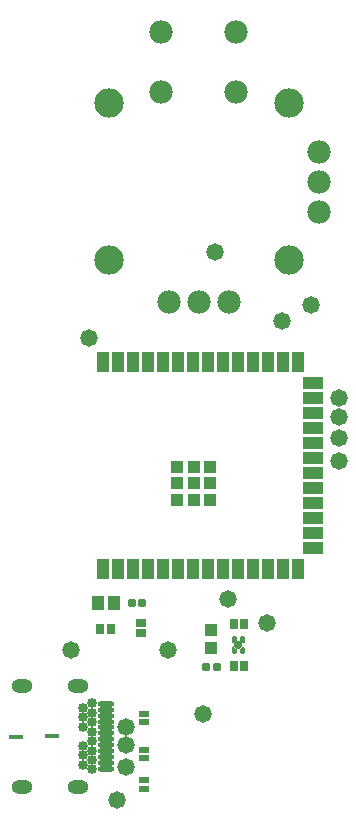
<source format=gts>
G04*
G04 #@! TF.GenerationSoftware,Altium Limited,Altium Designer,23.9.2 (47)*
G04*
G04 Layer_Color=8388736*
%FSLAX44Y44*%
%MOMM*%
G71*
G04*
G04 #@! TF.SameCoordinates,5FA424B9-A6D8-4F7E-AE3D-71B40F287457*
G04*
G04*
G04 #@! TF.FilePolarity,Negative*
G04*
G01*
G75*
%ADD20C,0.2000*%
%ADD28R,0.9032X0.6032*%
%ADD29O,1.4032X0.5032*%
%ADD30O,1.2032X0.4032*%
%ADD31R,1.1032X1.7032*%
G04:AMPARAMS|DCode=32|XSize=0.6832mm|YSize=0.6832mm|CornerRadius=0.1616mm|HoleSize=0mm|Usage=FLASHONLY|Rotation=135.000|XOffset=0mm|YOffset=0mm|HoleType=Round|Shape=RoundedRectangle|*
%AMROUNDEDRECTD32*
21,1,0.6832,0.3600,0,0,135.0*
21,1,0.3600,0.6832,0,0,135.0*
1,1,0.3232,0.0000,0.2546*
1,1,0.3232,0.2546,0.0000*
1,1,0.3232,0.0000,-0.2546*
1,1,0.3232,-0.2546,0.0000*
%
%ADD32ROUNDEDRECTD32*%
G04:AMPARAMS|DCode=33|XSize=0.7532mm|YSize=0.7032mm|CornerRadius=0.1641mm|HoleSize=0mm|Usage=FLASHONLY|Rotation=90.000|XOffset=0mm|YOffset=0mm|HoleType=Round|Shape=RoundedRectangle|*
%AMROUNDEDRECTD33*
21,1,0.7532,0.3750,0,0,90.0*
21,1,0.4250,0.7032,0,0,90.0*
1,1,0.3282,0.1875,0.2125*
1,1,0.3282,0.1875,-0.2125*
1,1,0.3282,-0.1875,-0.2125*
1,1,0.3282,-0.1875,0.2125*
%
%ADD33ROUNDEDRECTD33*%
%ADD34R,0.8032X0.8432*%
%ADD35R,1.0032X1.0032*%
%ADD36R,1.1032X1.2032*%
%ADD37R,0.8432X0.8032*%
%ADD38R,1.1032X1.1032*%
%ADD39R,1.7032X1.1032*%
%ADD40C,1.9812*%
%ADD41C,2.4892*%
%ADD42C,0.8532*%
%ADD43O,1.8032X1.2032*%
%ADD44C,1.4732*%
G36*
X479193Y569070D02*
X479323Y569044D01*
X479449Y569001D01*
X479569Y568942D01*
X479679Y568868D01*
X479780Y568780D01*
X481780Y566780D01*
X481834Y566718D01*
X481867Y566680D01*
X481867Y566680D01*
X481868Y566680D01*
X481897Y566636D01*
X481941Y566569D01*
X481942Y566569D01*
D01*
X481946Y566560D01*
X482000Y566450D01*
X482001Y566450D01*
X482001Y566450D01*
X482039Y566337D01*
X482043Y566324D01*
D01*
X482043Y566324D01*
X482064Y566218D01*
X482069Y566193D01*
Y566193D01*
X482069Y566193D01*
X482075Y566112D01*
X482078Y566060D01*
X482078Y564310D01*
Y564310D01*
Y564310D01*
X482075Y564258D01*
X482070Y564178D01*
X482070Y564177D01*
Y564177D01*
X482065Y564152D01*
X482044Y564047D01*
X482044Y564047D01*
D01*
X482001Y563921D01*
X481944Y563805D01*
X481942Y563801D01*
D01*
X481942Y563801D01*
X481897Y563734D01*
X481868Y563690D01*
X481868Y563690D01*
X481868Y563690D01*
X481834Y563652D01*
X481780Y563590D01*
X481780Y563590D01*
X481780Y563590D01*
X481530Y563340D01*
X481430Y563252D01*
X481319Y563178D01*
X481199Y563119D01*
X481073Y563077D01*
X480943Y563050D01*
X480810Y563042D01*
X479060D01*
X479060Y563042D01*
X479059Y563042D01*
X478990Y563046D01*
X478927Y563050D01*
X478927Y563051D01*
X478927Y563051D01*
X478856Y563065D01*
X478796Y563077D01*
X478796Y563077D01*
X478796Y563077D01*
X478744Y563094D01*
X478670Y563119D01*
X478670Y563119D01*
X478670Y563120D01*
X478616Y563146D01*
X478551Y563178D01*
X478551Y563178D01*
X478550Y563178D01*
X478494Y563216D01*
X478440Y563252D01*
X478440Y563252D01*
X478440Y563252D01*
X478365Y563318D01*
X478340Y563340D01*
X478340Y563340D01*
X478340Y563340D01*
X478090Y563590D01*
X478045Y563642D01*
X478002Y563690D01*
X478002Y563690D01*
X478002Y563690D01*
X477944Y563778D01*
X477928Y563801D01*
X477928Y563801D01*
X477928Y563801D01*
X477887Y563885D01*
X477869Y563920D01*
X477869Y563921D01*
X477869Y563921D01*
X477849Y563980D01*
X477826Y564047D01*
X477826Y564047D01*
X477826Y564047D01*
X477816Y564100D01*
X477800Y564177D01*
X477800Y564177D01*
X477800Y564178D01*
X477796Y564241D01*
X477792Y564310D01*
Y568060D01*
X477800Y568193D01*
X477826Y568324D01*
X477869Y568450D01*
X477928Y568569D01*
X478002Y568680D01*
X478090Y568780D01*
X478190Y568868D01*
X478301Y568942D01*
X478420Y569001D01*
X478546Y569044D01*
X478677Y569070D01*
X478810Y569078D01*
X479060D01*
X479193Y569070D01*
D02*
G37*
G36*
X487943Y568569D02*
X488073Y568544D01*
X488116Y568529D01*
X488199Y568501D01*
X488319Y568442D01*
X488430Y568368D01*
X488530Y568280D01*
Y568280D01*
X488530D01*
X488618Y568180D01*
X488692Y568069D01*
X488750Y567950D01*
X488779Y567866D01*
X488793Y567824D01*
X488819Y567693D01*
X488828Y567560D01*
D01*
Y567560D01*
Y564310D01*
X488824Y564249D01*
X488819Y564178D01*
X488819Y564177D01*
Y564177D01*
X488809Y564126D01*
X488793Y564047D01*
X488793Y564047D01*
X488793Y564047D01*
X488769Y563976D01*
X488751Y563921D01*
X488751Y563921D01*
X488750Y563920D01*
X488723Y563864D01*
X488692Y563801D01*
X488692Y563801D01*
X488692Y563801D01*
X488661Y563756D01*
X488618Y563690D01*
X488618Y563690D01*
X488618Y563690D01*
X488569Y563635D01*
X488530Y563590D01*
X488280Y563340D01*
X488280Y563340D01*
X488280Y563340D01*
X488215Y563283D01*
X488180Y563252D01*
X488180Y563252D01*
X488180Y563252D01*
X488112Y563207D01*
X488069Y563178D01*
X488069Y563178D01*
X488069Y563178D01*
X488004Y563146D01*
X487950Y563120D01*
X487950Y563119D01*
X487950Y563119D01*
X487855Y563087D01*
X487824Y563077D01*
X487824Y563077D01*
X487823Y563077D01*
X487740Y563060D01*
X487693Y563051D01*
X487693D01*
X487693Y563050D01*
X487621Y563046D01*
X487560Y563042D01*
X487560D01*
X487560D01*
X485810D01*
X485677Y563050D01*
X485546Y563077D01*
X485420Y563119D01*
X485301Y563178D01*
X485190Y563252D01*
X485090Y563340D01*
X484840Y563590D01*
X484840Y563590D01*
X484840Y563590D01*
X484790Y563647D01*
X484752Y563690D01*
X484752Y563690D01*
X484752Y563690D01*
X484703Y563764D01*
X484678Y563801D01*
X484678Y563801D01*
X484678Y563801D01*
X484657Y563844D01*
X484619Y563921D01*
X484576Y564047D01*
D01*
X484576Y564047D01*
X484555Y564152D01*
X484550Y564177D01*
Y564177D01*
X484550Y564178D01*
X484545Y564258D01*
X484542Y564310D01*
Y564310D01*
Y564310D01*
X484542Y566060D01*
X484545Y566112D01*
X484551Y566193D01*
X484551Y566193D01*
Y566193D01*
X484556Y566218D01*
X484576Y566324D01*
X484577Y566324D01*
D01*
X484579Y566330D01*
X484619Y566450D01*
X484678Y566569D01*
X484752Y566680D01*
X484752Y566680D01*
X484752Y566680D01*
X484791Y566724D01*
X484840Y566780D01*
X486340Y568280D01*
X486440Y568368D01*
X486551Y568442D01*
X486670Y568501D01*
X486764Y568533D01*
X486796Y568544D01*
X486927Y568569D01*
X487060Y568578D01*
X487810Y568578D01*
D01*
X487810D01*
X487943Y568569D01*
D02*
G37*
G36*
X480827Y577577D02*
X480943Y577570D01*
X481073Y577543D01*
X481073Y577543D01*
D01*
X481080Y577541D01*
X481199Y577501D01*
X481319Y577442D01*
X481430Y577368D01*
X481530Y577280D01*
X481780Y577030D01*
X481868Y576930D01*
X481942Y576819D01*
X481942Y576819D01*
D01*
X481948Y576806D01*
X482001Y576699D01*
X482001Y576699D01*
X482001Y576699D01*
X482041Y576580D01*
X482044Y576573D01*
D01*
X482044Y576573D01*
X482059Y576494D01*
X482070Y576443D01*
Y576443D01*
X482070Y576442D01*
X482073Y576388D01*
X482078Y576310D01*
Y576310D01*
Y576310D01*
X482078Y574560D01*
X482073Y574490D01*
X482069Y574427D01*
X482069Y574427D01*
Y574427D01*
X482054Y574350D01*
X482043Y574297D01*
X482043Y574296D01*
X482043Y574296D01*
X482025Y574243D01*
X482001Y574170D01*
X481942Y574051D01*
X481941Y574051D01*
X481941Y574051D01*
X481891Y573976D01*
X481868Y573940D01*
X481868Y573940D01*
X481867Y573940D01*
X481814Y573879D01*
X481780Y573840D01*
X480280Y572340D01*
X480180Y572252D01*
X480069Y572178D01*
X479949Y572119D01*
X479823Y572076D01*
X479693Y572051D01*
X479560Y572042D01*
X478810D01*
X478677Y572051D01*
X478546Y572076D01*
X478420Y572119D01*
X478301Y572178D01*
X478190Y572252D01*
X478090Y572340D01*
X478002Y572440D01*
X477928Y572551D01*
X477869Y572670D01*
X477827Y572797D01*
X477801Y572927D01*
X477792Y573060D01*
X477792Y576310D01*
D01*
D01*
Y576310D01*
X477797Y576384D01*
X477800Y576442D01*
X477800Y576443D01*
X477800Y576443D01*
X477818Y576533D01*
X477826Y576573D01*
X477826Y576573D01*
X477826Y576573D01*
X477847Y576634D01*
X477869Y576699D01*
X477869Y576699D01*
X477869Y576700D01*
X477881Y576723D01*
X477928Y576819D01*
X477928Y576819D01*
X477928Y576819D01*
X477956Y576861D01*
X478002Y576930D01*
X478002Y576930D01*
X478002Y576930D01*
X478041Y576974D01*
X478090Y577030D01*
X478340Y577280D01*
X478340Y577280D01*
X478340Y577280D01*
X478382Y577317D01*
X478440Y577368D01*
X478440Y577368D01*
X478440Y577368D01*
X478480Y577395D01*
X478550Y577442D01*
X478551Y577442D01*
X478551Y577442D01*
X478595Y577463D01*
X478670Y577500D01*
X478670Y577501D01*
X478670Y577501D01*
X478737Y577523D01*
X478796Y577543D01*
X478796Y577543D01*
X478796Y577543D01*
X478862Y577557D01*
X478926Y577570D01*
X478927Y577570D01*
X478927Y577570D01*
X478981Y577573D01*
X479059Y577578D01*
X479060Y577578D01*
X479060Y577578D01*
X480810D01*
X480827Y577577D01*
D02*
G37*
G36*
X487630Y577574D02*
X487693Y577570D01*
X487693Y577570D01*
X487693Y577570D01*
X487764Y577556D01*
X487824Y577543D01*
X487824Y577543D01*
X487824Y577543D01*
X487876Y577526D01*
X487950Y577501D01*
X487950Y577501D01*
X487950Y577500D01*
X488004Y577474D01*
X488069Y577442D01*
X488069Y577442D01*
X488070Y577442D01*
X488126Y577404D01*
X488180Y577368D01*
X488180Y577368D01*
X488180Y577368D01*
X488255Y577302D01*
X488280Y577280D01*
X488280Y577280D01*
X488280Y577280D01*
X488530Y577030D01*
X488573Y576981D01*
X488618Y576930D01*
X488618Y576930D01*
X488618Y576930D01*
X488654Y576875D01*
X488692Y576819D01*
X488692Y576819D01*
X488692Y576819D01*
X488724Y576753D01*
X488751Y576700D01*
X488751Y576699D01*
X488751Y576699D01*
X488771Y576641D01*
X488793Y576573D01*
X488793Y576573D01*
X488794Y576573D01*
X488804Y576520D01*
X488820Y576443D01*
X488820Y576443D01*
X488820Y576442D01*
X488824Y576379D01*
X488828Y576310D01*
Y573060D01*
X488820Y572927D01*
X488793Y572797D01*
X488751Y572670D01*
X488692Y572551D01*
X488618Y572440D01*
X488530Y572340D01*
X488430Y572252D01*
X488319Y572178D01*
X488200Y572119D01*
X488074Y572076D01*
X487943Y572051D01*
X487810Y572042D01*
X487060D01*
X486927Y572051D01*
X486797Y572076D01*
X486671Y572119D01*
X486551Y572178D01*
X486440Y572252D01*
X486340Y572340D01*
X484840Y573840D01*
D01*
D01*
X484840Y573840D01*
X484791Y573896D01*
X484753Y573940D01*
X484753Y573940D01*
X484752Y573940D01*
X484704Y574013D01*
X484678Y574051D01*
X484678Y574051D01*
X484678Y574051D01*
X484619Y574170D01*
X484579Y574290D01*
X484577Y574296D01*
D01*
X484577Y574296D01*
X484556Y574402D01*
X484551Y574427D01*
Y574427D01*
X484551Y574427D01*
X484546Y574508D01*
X484542Y574560D01*
X484542Y576310D01*
Y576310D01*
Y576310D01*
X484545Y576362D01*
X484551Y576442D01*
X484551Y576443D01*
Y576443D01*
X484556Y576468D01*
X484576Y576573D01*
X484576Y576573D01*
D01*
X484619Y576699D01*
X484657Y576776D01*
X484678Y576819D01*
X484678Y576819D01*
X484678Y576819D01*
X484703Y576856D01*
X484752Y576930D01*
X484752Y576930D01*
X484752Y576930D01*
X484791Y576973D01*
X484840Y577030D01*
X484840Y577030D01*
X484840Y577030D01*
X485090Y577280D01*
X485190Y577368D01*
X485301Y577442D01*
X485420Y577501D01*
X485547Y577543D01*
X485677Y577570D01*
X485810Y577578D01*
X487560D01*
X487560Y577578D01*
X487561Y577578D01*
X487630Y577574D01*
D02*
G37*
D20*
X480060Y565310D02*
D03*
X486560D02*
D03*
X486560Y575310D02*
D03*
X480060Y575310D02*
D03*
D28*
X403860Y481330D02*
D03*
X403860Y504810D02*
D03*
X403860Y474330D02*
D03*
X403860Y511810D02*
D03*
X403860Y455620D02*
D03*
Y448620D02*
D03*
D29*
X371598Y520460D02*
D03*
Y510460D02*
D03*
Y505460D02*
D03*
Y500460D02*
D03*
X371598Y495460D02*
D03*
Y490460D02*
D03*
X371598Y485460D02*
D03*
Y480460D02*
D03*
Y475460D02*
D03*
Y515460D02*
D03*
Y470460D02*
D03*
Y465460D02*
D03*
D30*
X325797Y492960D02*
D03*
X294797Y492710D02*
D03*
D31*
X520970Y634860D02*
D03*
X533670Y634860D02*
D03*
X368570Y634860D02*
D03*
X381270D02*
D03*
X393970D02*
D03*
X406670Y634860D02*
D03*
X419370Y634860D02*
D03*
X432070D02*
D03*
X444770D02*
D03*
X457470D02*
D03*
X470170Y634860D02*
D03*
X482870Y634860D02*
D03*
X495570D02*
D03*
X508270D02*
D03*
X533670Y809860D02*
D03*
X520970Y809860D02*
D03*
X508270D02*
D03*
X495570Y809860D02*
D03*
X482870Y809860D02*
D03*
X470170Y809860D02*
D03*
X457470Y809860D02*
D03*
X444770D02*
D03*
X432070Y809860D02*
D03*
X419370Y809860D02*
D03*
X406670Y809860D02*
D03*
X393970Y809860D02*
D03*
X381270D02*
D03*
X368570Y809860D02*
D03*
D32*
X483310Y570310D02*
D03*
D33*
X464950Y551260D02*
D03*
X455950Y551260D02*
D03*
X393010Y605790D02*
D03*
X402010D02*
D03*
D34*
X479500Y552267D02*
D03*
X488300D02*
D03*
X479590Y588353D02*
D03*
X488390Y588353D02*
D03*
X375240Y584200D02*
D03*
X366440D02*
D03*
D35*
X460450Y583010D02*
D03*
Y568010D02*
D03*
D36*
X364490Y605790D02*
D03*
X377990D02*
D03*
D37*
X401320Y589190D02*
D03*
Y580390D02*
D03*
D38*
X445770Y707360D02*
D03*
X445770Y693360D02*
D03*
Y721360D02*
D03*
X459770Y693360D02*
D03*
X459770Y707360D02*
D03*
X459770Y721360D02*
D03*
X431770Y693360D02*
D03*
Y707360D02*
D03*
Y721360D02*
D03*
D39*
X546170Y652510D02*
D03*
Y665210D02*
D03*
Y677910D02*
D03*
Y690610D02*
D03*
Y703310D02*
D03*
Y716010D02*
D03*
Y728710D02*
D03*
Y741410D02*
D03*
Y754110D02*
D03*
X546170Y766810D02*
D03*
X546170Y779510D02*
D03*
X546170Y792210D02*
D03*
D40*
X481600Y1089660D02*
D03*
X418100D02*
D03*
X481600Y1038860D02*
D03*
X418100D02*
D03*
X475250Y861060D02*
D03*
X449850D02*
D03*
X424450D02*
D03*
X551450Y988060D02*
D03*
Y962660D02*
D03*
Y937260D02*
D03*
D41*
X526050Y1029335D02*
D03*
Y895985D02*
D03*
X373650D02*
D03*
Y1029335D02*
D03*
D42*
X359098Y488960D02*
D03*
X352097Y484960D02*
D03*
X359098Y480960D02*
D03*
Y472960D02*
D03*
Y464960D02*
D03*
X352098Y476960D02*
D03*
Y468960D02*
D03*
Y516960D02*
D03*
Y508960D02*
D03*
X359098Y520960D02*
D03*
Y512960D02*
D03*
Y504960D02*
D03*
X352098Y500960D02*
D03*
X359098Y496960D02*
D03*
D43*
X347598Y450260D02*
D03*
Y535660D02*
D03*
X300297Y535660D02*
D03*
Y450260D02*
D03*
D44*
X568960Y745490D02*
D03*
Y726440D02*
D03*
X474980Y609600D02*
D03*
X568960Y763270D02*
D03*
Y779780D02*
D03*
X520700Y844550D02*
D03*
X544830Y858520D02*
D03*
X463550Y902970D02*
D03*
X356870Y830580D02*
D03*
X381000Y439420D02*
D03*
X388620Y467360D02*
D03*
X453390Y511810D02*
D03*
X508000Y589280D02*
D03*
X341630Y566420D02*
D03*
X424180D02*
D03*
X388620Y485450D02*
D03*
Y500690D02*
D03*
M02*

</source>
